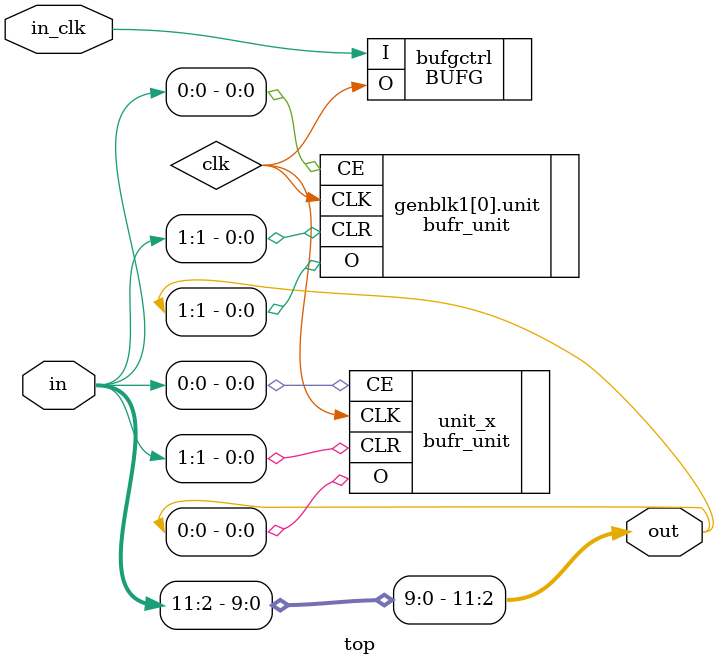
<source format=v>
`include "bufr_unit.v"

module top(
    input         in_clk,
    input  [11:0] in,
    output [11:0] out
);

// Clock input buffer
wire clk;
BUFG bufgctrl(.I(in_clk), .O(clk));

// Reference
bufr_unit #(.BUFR_DIVIDE("none")) unit_x (
.CLK    (clk),
.CE     (in[0]),
.CLR    (in[1]),
.O      (out[0])
);

// BUFR test unit(s)
localparam N = 1; // Max 7!

genvar i;
generate for(i=0; i<N; i=i+1) begin

    localparam DIVIDE = (i == 0) ?   "2" :
                        (i == 1) ?   "3" :
                        (i == 2) ?   "4" :
                        (i == 3) ?   "5" :
                        (i == 4) ?   "6" :
                        (i == 5) ?   "7" :
                      /*(i == 6) ?*/ "8";

    bufr_unit #(.BUFR_DIVIDE(DIVIDE)) unit (
    .CLK    (clk),
    .CE     (in[0]),
    .CLR    (in[1]),
    .O      (out[i+1])
    );

end endgenerate

assign out[11:N+1] = in[11:N+1];

endmodule

</source>
